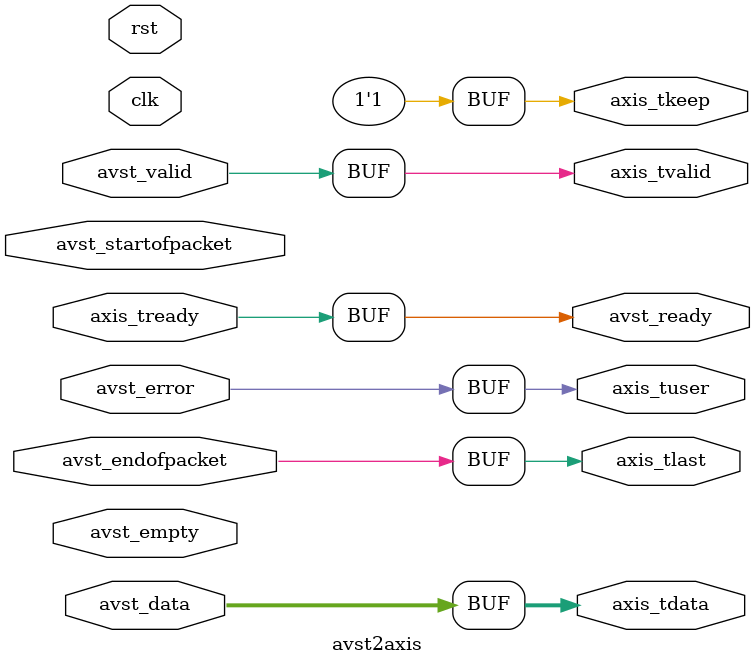
<source format=v>
/*

Copyright (c) 2021 Alex Forencich

Permission is hereby granted, free of charge, to any person obtaining a copy
of this software and associated documentation files (the "Software"), to deal
in the Software without restriction, including without limitation the rights
to use, copy, modify, merge, publish, distribute, sublicense, and/or sell
copies of the Software, and to permit persons to whom the Software is
furnished to do so, subject to the following conditions:

The above copyright notice and this permission notice shall be included in
all copies or substantial portions of the Software.

THE SOFTWARE IS PROVIDED "AS IS", WITHOUT WARRANTY OF ANY KIND, EXPRESS OR
IMPLIED, INCLUDING BUT NOT LIMITED TO THE WARRANTIES OF MERCHANTABILITY
FITNESS FOR A PARTICULAR PURPOSE AND NONINFRINGEMENT. IN NO EVENT SHALL THE
AUTHORS OR COPYRIGHT HOLDERS BE LIABLE FOR ANY CLAIM, DAMAGES OR OTHER
LIABILITY, WHETHER IN AN ACTION OF CONTRACT, TORT OR OTHERWISE, ARISING FROM,
OUT OF OR IN CONNECTION WITH THE SOFTWARE OR THE USE OR OTHER DEALINGS IN
THE SOFTWARE.

*/

// Language: Verilog 2001

`resetall `timescale 1ns / 1ps `default_nettype none

/*
 * Avalon-ST to AXI stream
 */
module avst2axis #(
    parameter DATA_WIDTH   = 8,
    parameter KEEP_WIDTH   = (DATA_WIDTH / 8),
    parameter KEEP_ENABLE  = (DATA_WIDTH > 8),
    parameter EMPTY_WIDTH  = $clog2(KEEP_WIDTH),
    parameter BYTE_REVERSE = 0
) (
    input wire clk,
    input wire rst,

    output wire                   avst_ready,
    input  wire                   avst_valid,
    input  wire [ DATA_WIDTH-1:0] avst_data,
    input  wire                   avst_startofpacket,
    input  wire                   avst_endofpacket,
    input  wire [EMPTY_WIDTH-1:0] avst_empty,
    input  wire                   avst_error,

    output wire [DATA_WIDTH-1:0] axis_tdata,
    output wire [KEEP_WIDTH-1:0] axis_tkeep,
    output wire                  axis_tvalid,
    input  wire                  axis_tready,
    output wire                  axis_tlast,
    output wire                  axis_tuser
);

  parameter BYTE_WIDTH = KEEP_ENABLE ? DATA_WIDTH / KEEP_WIDTH : DATA_WIDTH;

  assign avst_ready = axis_tready;

  generate

    genvar n;

    if (BYTE_REVERSE) begin : rev
      for (n = 0; n < KEEP_WIDTH; n = n + 1) begin
        assign axis_tdata[n*BYTE_WIDTH +: BYTE_WIDTH] = avst_data[(KEEP_WIDTH-n-1)*BYTE_WIDTH +: BYTE_WIDTH];
      end
    end else begin
      assign axis_tdata = avst_data;
    end

  endgenerate

  assign axis_tkeep = (KEEP_ENABLE && avst_endofpacket) ? ({KEEP_WIDTH{1'b1}} >> avst_empty) : {KEEP_WIDTH{1'b1}};

  assign axis_tvalid = avst_valid;
  assign axis_tlast = avst_endofpacket;
  assign axis_tuser = avst_error;

endmodule

`resetall

</source>
